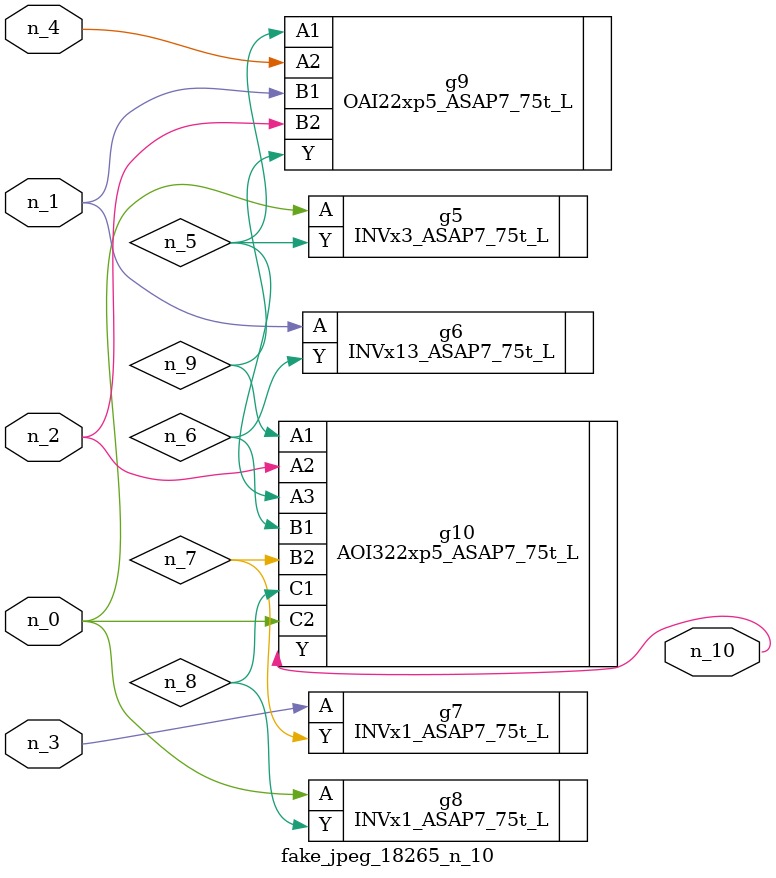
<source format=v>
module fake_jpeg_18265_n_10 (n_3, n_2, n_1, n_0, n_4, n_10);

input n_3;
input n_2;
input n_1;
input n_0;
input n_4;

output n_10;

wire n_8;
wire n_9;
wire n_6;
wire n_5;
wire n_7;

INVx3_ASAP7_75t_L g5 ( 
.A(n_0),
.Y(n_5)
);

INVx13_ASAP7_75t_L g6 ( 
.A(n_1),
.Y(n_6)
);

INVx1_ASAP7_75t_L g7 ( 
.A(n_3),
.Y(n_7)
);

INVx1_ASAP7_75t_L g8 ( 
.A(n_0),
.Y(n_8)
);

OAI22xp5_ASAP7_75t_L g9 ( 
.A1(n_5),
.A2(n_4),
.B1(n_1),
.B2(n_2),
.Y(n_9)
);

AOI322xp5_ASAP7_75t_L g10 ( 
.A1(n_9),
.A2(n_2),
.A3(n_5),
.B1(n_6),
.B2(n_7),
.C1(n_8),
.C2(n_0),
.Y(n_10)
);


endmodule
</source>
